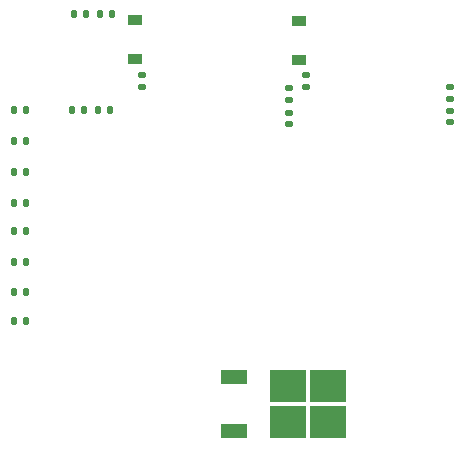
<source format=gtp>
G04 #@! TF.GenerationSoftware,KiCad,Pcbnew,(6.0.5)*
G04 #@! TF.CreationDate,2022-06-14T17:18:27+02:00*
G04 #@! TF.ProjectId,midiperformer,6d696469-7065-4726-966f-726d65722e6b,rev?*
G04 #@! TF.SameCoordinates,Original*
G04 #@! TF.FileFunction,Paste,Top*
G04 #@! TF.FilePolarity,Positive*
%FSLAX46Y46*%
G04 Gerber Fmt 4.6, Leading zero omitted, Abs format (unit mm)*
G04 Created by KiCad (PCBNEW (6.0.5)) date 2022-06-14 17:18:27*
%MOMM*%
%LPD*%
G01*
G04 APERTURE LIST*
G04 Aperture macros list*
%AMRoundRect*
0 Rectangle with rounded corners*
0 $1 Rounding radius*
0 $2 $3 $4 $5 $6 $7 $8 $9 X,Y pos of 4 corners*
0 Add a 4 corners polygon primitive as box body*
4,1,4,$2,$3,$4,$5,$6,$7,$8,$9,$2,$3,0*
0 Add four circle primitives for the rounded corners*
1,1,$1+$1,$2,$3*
1,1,$1+$1,$4,$5*
1,1,$1+$1,$6,$7*
1,1,$1+$1,$8,$9*
0 Add four rect primitives between the rounded corners*
20,1,$1+$1,$2,$3,$4,$5,0*
20,1,$1+$1,$4,$5,$6,$7,0*
20,1,$1+$1,$6,$7,$8,$9,0*
20,1,$1+$1,$8,$9,$2,$3,0*%
G04 Aperture macros list end*
%ADD10RoundRect,0.135000X0.135000X0.185000X-0.135000X0.185000X-0.135000X-0.185000X0.135000X-0.185000X0*%
%ADD11R,1.200000X0.900000*%
%ADD12RoundRect,0.135000X-0.185000X0.135000X-0.185000X-0.135000X0.185000X-0.135000X0.185000X0.135000X0*%
%ADD13RoundRect,0.135000X0.185000X-0.135000X0.185000X0.135000X-0.185000X0.135000X-0.185000X-0.135000X0*%
%ADD14RoundRect,0.140000X-0.170000X0.140000X-0.170000X-0.140000X0.170000X-0.140000X0.170000X0.140000X0*%
%ADD15R,3.050000X2.750000*%
%ADD16R,2.200000X1.200000*%
G04 APERTURE END LIST*
D10*
X214460000Y-62600000D03*
X213440000Y-62600000D03*
X207210001Y-86140000D03*
X206190001Y-86140000D03*
X207210001Y-88540000D03*
X206190001Y-88540000D03*
D11*
X216437745Y-66392256D03*
X216437745Y-63092256D03*
D12*
X243080000Y-68760000D03*
X243080000Y-69780000D03*
D13*
X217037745Y-68742256D03*
X217037745Y-67722256D03*
D10*
X212065000Y-70675000D03*
X211045000Y-70675000D03*
X214265000Y-70675000D03*
X213245000Y-70675000D03*
D13*
X230880000Y-68780000D03*
X230880000Y-67760000D03*
D10*
X207210001Y-70740000D03*
X206190001Y-70740000D03*
D14*
X229437745Y-70952256D03*
X229437745Y-71912256D03*
D10*
X207210001Y-75940000D03*
X206190001Y-75940000D03*
X212260000Y-62600000D03*
X211240000Y-62600000D03*
X207210001Y-73340000D03*
X206190001Y-73340000D03*
D11*
X230280000Y-66430000D03*
X230280000Y-63130000D03*
D15*
X229400000Y-94075000D03*
X229400000Y-97125000D03*
X232750000Y-97125000D03*
X232750000Y-94075000D03*
D16*
X224775000Y-93320000D03*
X224775000Y-97880000D03*
D10*
X207210001Y-78540000D03*
X206190001Y-78540000D03*
D14*
X243080000Y-70780000D03*
X243080000Y-71740000D03*
D10*
X207210001Y-80940000D03*
X206190001Y-80940000D03*
X207210001Y-83540000D03*
X206190001Y-83540000D03*
D12*
X229437745Y-68832256D03*
X229437745Y-69852256D03*
M02*

</source>
